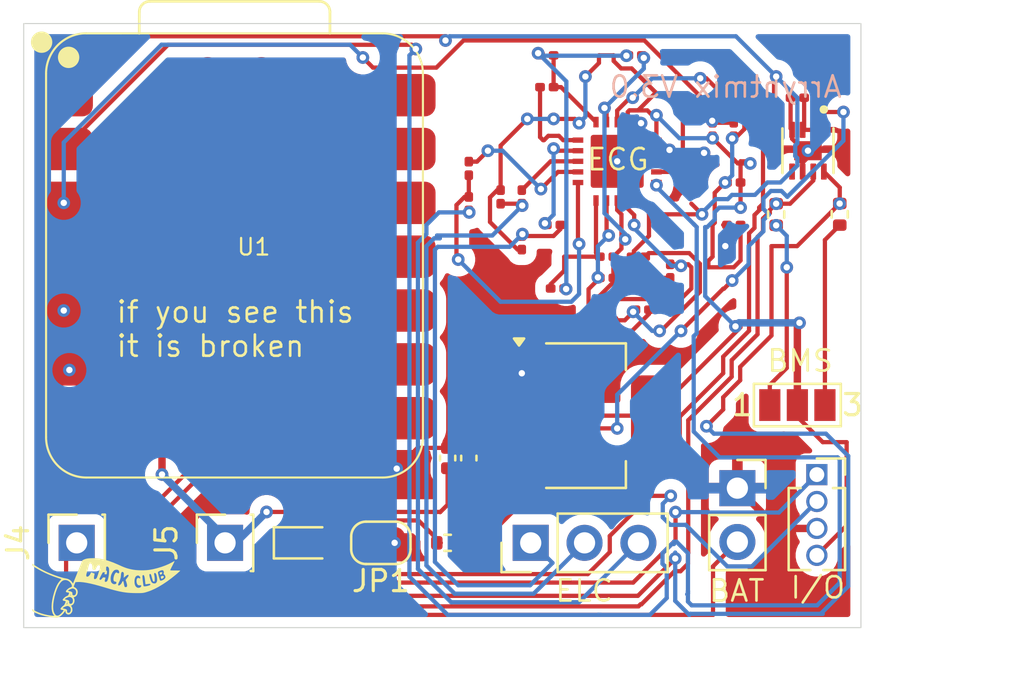
<source format=kicad_pcb>
(kicad_pcb (version 20241229) (generator "pcbnew") (generator_version "9.0")
  (layers (0 "F.Cu" signal) (4 "In1.Cu" signal) (6 "In2.Cu" signal) (2 "B.Cu" signal) (13 "F.Paste" user) (15 "B.Paste" user) (5 "F.SilkS" user "F.Silkscreen") (7 "B.SilkS" user "B.Silkscreen") (1 "F.Mask" user) (3 "B.Mask" user) (25 "Edge.Cuts" user))
  (net 0 "")
  (net 1 "Net-(U2-HPSENSE)")
  (net 2 "Net-(U2-HPDRIVE)")
  (net 3 "Net-(U2-RLDFB)")
  (net 4 "Net-(U2-RLD)")
  (net 5 "GND")
  (net 6 "+3V3")
  (net 7 "OUT")
  (net 8 "Net-(C5-Pad2)")
  (net 9 "Net-(U2-OPAMP+)")
  (net 10 "REFOUT")
  (net 11 "Net-(U2-SW)")
  (net 12 "Net-(D1-A)")
  (net 13 "Net-(D1-K)")
  (net 14 "Net-(J2-Pin_2)")
  (net 15 "Net-(J3-Pin_1)")
  (net 16 "Net-(J3-Pin_3)")
  (net 17 "Net-(U2--IN)")
  (net 18 "Net-(U2-+IN)")
  (net 19 "Net-(R15-Pad1)")
  (net 20 "Net-(U2-OPAMP-)")
  (net 21 "BAT")
  (net 23 "LO+")
  (net 25 "LO-")
  (net 36 "Net-(J3-Pin_2)")
  (net 37 "Net-(JP2-B)")
  (net 38 "Net-(JP2-A)")
  (net 39 "SCL")
  (net 40 "SDA")
  (net 42 "Net-(J1-Pin_1)")
  (net 44 "Net-(J1-Pin_2)")
  (net 46 "Net-(U2-REFIN)")
  (footprint "Resistor_SMD:R_0201_0603Metric" (layer "F.Cu") (at 141 53)
    (property "Reference" "R12" (hide yes))
    (property "Value" "100 kΩ")
  )
  (footprint "Resistor_SMD:R_0402_1005Metric" (layer "F.Cu") (at 152 49 90)
    (property "Reference" "R21" (hide yes))
    (property "Value" "2.2K")
  )
  (footprint "AD8232:LFCSP_20" (layer "F.Cu") (at 141.5 46.5)
    (property "Reference" "U2" (hide yes))
    (property "Value" "AD8232")
    (property "VALUE" "AD8232ACPZ-R7" (hide yes))
  )
  (footprint "Capacitor_SMD:C_0402_1005Metric" (layer "F.Cu") (at 133.5 60.5 90)
    (property "Reference" "C8" (hide yes))
    (property "Value" "10 uF")
  )
  (footprint "Resistor_SMD:R_0201_0603Metric" (layer "F.Cu") (at 136 48.18 -90)
    (property "Reference" "R1" (hide yes))
    (property "Value" "10 mΩ")
  )
  (footprint "Resistor_SMD:R_0201_0603Metric" (layer "F.Cu") (at 137 50.345 90)
    (property "Reference" "R4" (hide yes))
    (property "Value" "10 mΩ")
  )
  (footprint "Capacitor_SMD:C_0201_0603Metric" (layer "F.Cu") (at 134.5 46.835 -90)
    (property "Reference" "C2" (hide yes))
    (property "Value" "1 nF")
  )
  (footprint "Connector_PinSocket_2.54mm:PinSocket_1x01_P2.54mm_Vertical" (layer "F.Cu") (at 123 64.5 90)
    (property "Reference" "J5")
    (property "Value" "Conn_01x01_Pin")
  )
  (footprint "Resistor_SMD:R_0201_0603Metric" (layer "F.Cu") (at 138.5 49.5 180)
    (property "Reference" "R3" (hide yes))
    (property "Value" "180 kΩ")
  )
  (footprint "Jumper:SolderJumper-2_P1.3mm_Bridged2Bar_RoundedPad1.0x1.5mm" (layer "F.Cu") (at 130.35 64.5 180)
    (property "Reference" "JP1")
    (property "Value" "SolderJumper_2_Bridged")
  )
  (footprint "Resistor_SMD:R_0201_0603Metric" (layer "F.Cu") (at 138.68 52.5)
    (property "Reference" "R16" (hide yes))
    (property "Value" "1.4 mΩ")
  )
  (footprint "Capacitor_SMD:C_0201_0603Metric" (layer "F.Cu") (at 142.5 51)
    (property "Reference" "C5" (hide yes))
    (property "Value" "1.5 nF")
  )
  (footprint "Resistor_SMD:R_0201_0603Metric" (layer "F.Cu") (at 144 51.68 -90)
    (property "Reference" "R9" (hide yes))
    (property "Value" "1 mΩ")
  )
  (footprint "Connector_PinSocket_1.27mm:PinSocket_1x04_P1.27mm_Vertical" (layer "F.Cu") (at 150.92 61.28)
    (property "Reference" "J1" (hide yes))
    (property "Value" "Conn_01x04_Socket")
  )
  (footprint "Resistor_SMD:R_0402_1005Metric" (layer "F.Cu") (at 133.5 64.5)
    (property "Reference" "R19" (hide yes))
    (property "Value" "1k")
  )
  (footprint "LOGO" (layer "F.Cu") (at 117.4 66.61)
    (property "Reference" "G***" (hide yes))
    (property "Value" "LOGO" (hide yes))
  )
  (footprint "Resistor_SMD:R_0402_1005Metric" (layer "F.Cu") (at 149 49.01 90)
    (property "Reference" "R20" (hide yes))
    (property "Value" "2.2K")
  )
  (footprint "Resistor_SMD:R_0201_0603Metric" (layer "F.Cu") (at 137 48.18 90)
    (property "Reference" "R2" (hide yes))
    (property "Value" "180 kΩ")
  )
  (footprint "Capacitor_SMD:C_0201_0603Metric" (layer "F.Cu") (at 150 43.5)
    (property "Reference" "C10" (hide yes))
    (property "Value" "0.1 uF")
  )
  (footprint "Resistor_SMD:R_0201_0603Metric" (layer "F.Cu") (at 147 49.5 180)
    (property "Reference" "R7" (hide yes))
    (property "Value" "10 mΩ")
  )
  (footprint "LED_SMD:LED_0603_1608Metric" (layer "F.Cu") (at 126.7875 64.5)
    (property "Reference" "D1" (hide yes))
    (property "Value" "LED")
  )
  (footprint "Capacitor_SMD:C_0201_0603Metric" (layer "F.Cu") (at 141 52 180)
    (property "Reference" "C6" (hide yes))
    (property "Value" "10 nF")
  )
  (footprint "Resistor_SMD:R_0201_0603Metric" (layer "F.Cu") (at 142.68 53.5)
    (property "Reference" "R13" (hide yes))
    (property "Value" "1 mΩ")
  )
  (footprint "Resistor_SMD:R_0201_0603Metric" (layer "F.Cu") (at 141 54 180)
    (property "Reference" "R14" (hide yes))
    (property "Value" "1 mΩ")
  )
  (footprint "Resistor_SMD:R_0201_0603Metric" (layer "F.Cu") (at 138.18 41.5 180)
    (property "Reference" "R5" (hide yes))
    (property "Value" "10 mΩ")
  )
  (footprint "Capacitor_SMD:C_0201_0603Metric" (layer "F.Cu") (at 147 45 -90)
    (property "Reference" "C4" (hide yes))
    (property "Value" "0.1 uF")
  )
  (footprint "Capacitor_SMD:C_0201_0603Metric" (layer "F.Cu") (at 141 51)
    (property "Reference" "C7" (hide yes))
    (property "Value" "0.33 uF")
  )
  (footprint "Connector_PinHeader_2.54mm:PinHeader_1x03_P2.54mm_Vertical" (layer "F.Cu") (at 137.42 64.5 90)
    (property "Reference" "J3" (hide yes))
    (property "Value" "Conn_01x03_Pin")
  )
  (footprint "Capacitor_SMD:C_0402_1005Metric" (layer "F.Cu") (at 134.5 60.5 90)
    (property "Reference" "C9" (hide yes))
    (property "Value" "10 uF")
  )
  (footprint "Capacitor_SMD:C_0201_0603Metric" (layer "F.Cu") (at 138.18 43)
    (property "Reference" "C1" (hide yes))
    (property "Value" "0.33 uF")
  )
  (footprint "Resistor_SMD:R_0201_0603Metric" (layer "F.Cu") (at 147 47.5)
    (property "Reference" "R6" (hide yes))
    (property "Value" "10 mΩ")
  )
  (footprint "Resistor_SMD:R_0201_0603Metric" (layer "F.Cu") (at 134.5 48.5 90)
    (property "Reference" "R8" (hide yes))
    (property "Value" "360 k")
  )
  (footprint "Package_TO_SOT_SMD:SOT-223-3_TabPin2" (layer "F.Cu") (at 140 58.5)
    (property "Reference" "U3" (hide yes))
    (property "Value" "NCP1117-3.3_SOT223")
  )
  (footprint "Capacitor_SMD:C_0201_0603Metric" (layer "F.Cu") (at 146 45 -90)
    (property "Reference" "C3" (hide yes))
    (property "Value" "0.1 uF")
  )
  (footprint "Connector_PinSocket_2.54mm:PinSocket_1x02_P2.54mm_Vertical" (layer "F.Cu") (at 147.17 61.92)
    (property "Reference" "J2" (hide yes))
    (property "Value" "Conn_01x02_Socket")
  )
  (footprint "Resistor_SMD:R_0201_0603Metric" (layer "F.Cu") (at 142.345 41.5)
    (property "Reference" "R15" (hide yes))
    (property "Value" "10 mΩ")
  )
  (footprint "Connector_PinSocket_2.54mm:PinSocket_1x01_P2.54mm_Vertical" (layer "F.Cu") (at 116 64.5 90)
    (property "Reference" "J4")
    (property "Value" "Conn_01x01_Pin")
  )
  (footprint "Jumper:SolderJumper-3_P1.3mm_Open_Pad1.0x1.5mm_NumberLabels" (layer "F.Cu") (at 150 58)
    (property "Reference" "JP2" (hide yes))
    (property "Value" "SolderJumper_3_Bridged123")
  )
  (footprint "Seeed Studio XIAO Series Library:XIAO-nRF52840-SMD" (layer "F.Cu") (at 123.5 51)
    (property "Reference" "U1")
    (property "Value" "XIAO-nRF52840-SMD")
  )
  (footprint "MAX17048G_T10:SON50P200X200X80-9N" (layer "F.Cu") (at 150.5 46 -90)
    (property "Reference" "U4" (hide yes))
    (property "Value" "MAX17048G_T10")
  )
  (gr_rect (start 113.5 40) (end 153 68.5) (stroke (width 0.05)) (fill no) (layer "Edge.Cuts"))
  (gr_text "ECG" (at 140 47 0) (layer "F.SilkS") (effects (font (size 1 1) (thickness 0.125)) (justify left bottom)))
  (gr_text "I/O\n" (at 149.6 67.2 0) (layer "F.SilkS") (effects (font (size 1 1) (thickness 0.125)) (justify left bottom)))
  (gr_text "if you see this\nit is broken" (at 117.8 55.8 0) (layer "F.SilkS") (effects (font (size 1 1) (thickness 0.125)) (justify left bottom)))
  (gr_text "ELC\n" (at 138.5 67.35 0) (layer "F.SilkS") (effects (font (size 1 1) (thickness 0.125)) (justify left bottom)))
  (gr_text "BAT\n" (at 145.75 67.35 0) (layer "F.SilkS") (effects (font (size 1 1) (thickness 0.125)) (justify left bottom)))
  (gr_text "BMS" (at 148.5 56.5 0) (layer "F.SilkS") (effects (font (size 1 1) (thickness 0.125)) (justify left bottom)))
  (gr_text "Arryhtmix V3.0" (at 152.175 43.575 0) (layer "B.SilkS") (effects (font (size 1 1) (thickness 0.125)) (justify left bottom mirror)))
  (segment (start 138.85 43) (end 140.5 44.65) (width 0.2) (layer "F.Cu") (net 1))
  (segment (start 138.5 41.5) (end 138.5 43) (width 0.2) (layer "F.Cu") (net 1))
  (segment (start 138.5 43) (end 138.85 43) (width 0.2) (layer "F.Cu") (net 1))
  (segment (start 138.251057 45.299) (end 138.748943 45.299) (width 0.2) (layer "F.Cu") (net 2))
  (segment (start 138.949943 45.5) (end 139.65 45.5) (width 0.2) (layer "F.Cu") (net 2))
  (segment (start 137.86 45.36) (end 138 45.5) (width 0.2) (layer "F.Cu") (net 2))
  (segment (start 137.86 43) (end 137.86 45.36) (width 0.2) (layer "F.Cu") (net 2))
  (segment (start 138.748943 45.299) (end 138.949943 45.5) (width 0.2) (layer "F.Cu") (net 2))
  (segment (start 138.050057 45.5) (end 138.251057 45.299) (width 0.2) (layer "F.Cu") (net 2))
  (segment (start 138 45.5) (end 138.050057 45.5) (width 0.2) (layer "F.Cu") (net 2))
  (segment (start 137.9 47.808528) (end 138.708528 47) (width 0.2) (layer "F.Cu") (net 3))
  (segment (start 134.885 46.515) (end 135.4 46) (width 0.2) (layer "F.Cu") (net 3))
  (segment (start 134.5 46.515) (end 134.885 46.515) (width 0.2) (layer "F.Cu") (net 3))
  (segment (start 138.708528 47) (end 139.65 47) (width 0.2) (layer "F.Cu") (net 3))
  (via (at 137.9 47.808528) (size 0.6) (drill 0.3) (layers "F.Cu" "B.Cu") (net 3))
  (via (at 135.4 46) (size 0.6) (drill 0.3) (layers "F.Cu" "B.Cu") (net 3))
  (segment (start 136.091472 46) (end 137.9 47.808528) (width 0.2) (layer "B.Cu") (net 3))
  (segment (start 135.4 46) (end 136.091472 46) (width 0.2) (layer "B.Cu") (net 3))
  (segment (start 139.65 50.349) (end 139.701 50.4) (width 0.2) (layer "F.Cu") (net 4))
  (segment (start 133.916958 51.050508) (end 133.916958 48.563043) (width 0.2) (layer "F.Cu") (net 4))
  (segment (start 134 51.13355) (end 133.916958 51.050508) (width 0.2) (layer "F.Cu") (net 4))
  (segment (start 134.300001 48.18) (end 134.5 48.18) (width 0.2) (layer "F.Cu") (net 4))
  (segment (start 134.5 47.155) (end 134.5 48.18) (width 0.2) (layer "F.Cu") (net 4))
  (segment (start 139.65 47.5) (end 139.65 50.349) (width 0.2) (layer "F.Cu") (net 4))
  (segment (start 133.916958 48.563043) (end 134.300001 48.18) (width 0.2) (layer "F.Cu") (net 4))
  (via (at 139.701 50.4) (size 0.6) (drill 0.3) (layers "F.Cu" "B.Cu") (net 4))
  (via (at 134 51.13355) (size 0.6) (drill 0.3) (layers "F.Cu" "B.Cu") (net 4))
  (segment (start 139.338943 53.125884) (end 135.992334 53.125884) (width 0.2) (layer "B.Cu") (net 4))
  (segment (start 135.992334 53.125884) (end 134 51.13355) (width 0.2) (layer "B.Cu") (net 4))
  (segment (start 139.701 52.763827) (end 139.338943 53.125884) (width 0.2) (layer "B.Cu") (net 4))
  (segment (start 139.701 50.4) (end 139.701 52.763827) (width 0.2) (layer "B.Cu") (net 4))
  (segment (start 149.75 45.436842) (end 150.313158 46) (width 0.2) (layer "F.Cu") (net 5))
  (segment (start 134.5 60.02) (end 134.5 58.55) (width 0.2) (layer "F.Cu") (net 5))
  (segment (start 145.93013 44.59) (end 145.982042 44.59) (width 0.2) (layer "F.Cu") (net 5))
  (segment (start 151.25 45.436842) (end 150.686842 46) (width 0.2) (layer "F.Cu") (net 5))
  (segment (start 146.68 49.5) (end 146.5 49.5) (width 0.2) (layer "F.Cu") (net 5))
  (segment (start 134.5 60.02) (end 133.5 60.02) (width 0.2) (layer "F.Cu") (net 5))
  (segment (start 146.68 49.5) (end 146.68 50.42) (width 0.2) (layer "F.Cu") (net 5))
  (segment (start 146.68 50.42) (end 146.6 50.5) (width 0.2) (layer "F.Cu") (net 5))
  (segment (start 136.85 56.2) (end 136.85 56.35) (width 0.2) (layer "F.Cu") (net 5))
  (segment (start 150.686842 46) (end 150.5 46) (width 0.2) (layer "F.Cu") (net 5))
  (segment (start 149.68 44.945) (end 149.75 45.015) (width 0.2) (layer "F.Cu") (net 5))
  (segment (start 136.85 56.35) (end 137 56.5) (width 0.2) (layer "F.Cu") (net 5))
  (segment (start 151.25 45.015) (end 151.25 45.436842) (width 0.2) (layer "F.Cu") (net 5))
  (segment (start 143.968578 45.962863) (end 143.387137 45.962863) (width 0.2) (layer "F.Cu") (net 5))
  (segment (start 147 44.68) (end 146 44.68) (width 0.2) (layer "F.Cu") (net 5))
  (segment (start 150.313158 46) (end 150.5 46) (width 0.2) (layer "F.Cu") (net 5))
  (segment (start 132.078 60.02) (end 131.098 61) (width 0.2) (layer "F.Cu") (net 5))
  (segment (start 134.5 58.55) (end 136.85 56.2) (width 0.2) (layer "F.Cu") (net 5))
  (segment (start 142.5 45.5) (end 142.5 44.65) (width 0.2) (layer "F.Cu") (net 5))
  (segment (start 149.68 43.5) (end 149.68 44.945) (width 0.2) (layer "F.Cu") (net 5))
  (segment (start 141.5 46.5) (end 142.5 45.5) (width 0.2) (layer "F.Cu") (net 5))
  (segment (start 149.75 45.015) (end 149.75 45.436842) (width 0.2) (layer "F.Cu") (net 5))
  (segment (start 150.5 46.207092) (end 150.239 46.468092) (width 0.35) (layer "F.Cu") (net 5))
  (segment (start 143.387137 45.962863) (end 143.35 46) (width 0.2) (layer "F.Cu") (net 5))
  (segment (start 150.92 63.82) (end 149.07 63.82) (width 0.35) (layer "F.Cu") (net 5))
  (segment (start 149.07 63.82) (end 147.17 61.92) (width 0.35) (layer "F.Cu") (net 5))
  (segment (start 133.5 60.02) (end 132.078 60.02) (width 0.2) (layer "F.Cu") (net 5))
  (segment (start 150.5 46) (end 150.5 46.207092) (width 0.35) (layer "F.Cu") (net 5))
  (via (at 131 64.5) (size 0.6) (drill 0.3) (layers "F.Cu" "B.Cu") (net 5))
  (via (at 142.625002 44.699) (size 0.6) (drill 0.3) (layers "F.Cu" "B.Cu") (net 5))
  (via (at 146.6 50.5) (size 0.6) (drill 0.3) (layers "F.Cu" "B.Cu") (net 5))
  (via (at 137 56.5) (size 0.6) (drill 0.3) (layers "F.Cu" "B.Cu") (net 5))
  (via (at 145.597912 46.101662) (size 0.6) (drill 0.3) (layers "F.Cu" "B.Cu") (net 5))
  (via (at 141.5 46.5) (size 0.6) (drill 0.3) (layers "F.Cu" "B.Cu") (net 5))
  (via (at 143.968578 45.962863) (size 0.6) (drill 0.3) (layers "F.Cu" "B.Cu") (net 5))
  (via (at 150.5 46) (size 0.6) (drill 0.3) (layers "F.Cu" "B.Cu") (net 5))
  (via (at 131.098 61) (size 0.6) (drill 0.3) (layers "F.Cu" "B.Cu") (net 5))
  (via (at 145.982042 44.59) (size 0.6) (drill 0.3) (layers "F.Cu" "B.Cu") (net 5))
  (segment (start 145.5 46.00375) (end 145.597912 46.101662) (width 0.2) (layer "B.Cu") (net 5))
  (segment (start 131.098 61) (end 131 61.098) (width 0.2) (layer "B.Cu") (net 5))
  (segment (start 143.968578 45.962863) (end 145.462863 45.962863) (width 0.2) (layer "B.Cu") (net 5))
  (segment (start 145.462863 45.962863) (end 145.5 46) (width 0.2) (layer "B.Cu") (net 5))
  (segment (start 131 61.098) (end 131 64.5) (width 0.2) (layer "B.Cu") (net 5))
  (segment (start 145.5 46) (end 145.5 46.00375) (width 0.2) (layer "B.Cu") (net 5))
  (segment (start 141.686057 42.118958) (end 141.334 41.766901) (width 0.2) (layer "F.Cu") (net 6))
  (segment (start 142.183943 42.118958) (end 143.313985 43.249) (width 0.2) (layer "F.Cu") (net 6))
  (segment (start 136 47.86) (end 135.84013 47.86) (width 0.2) (layer "F.Cu") (net 6))
  (segment (start 142.481888 44.099) (end 142.074 44.099) (width 0.2) (layer "F.Cu") (net 6))
  (segment (start 147.189912 46.6) (end 147.779 46.6) (width 0.2) (layer "F.Cu") (net 6))
  (segment (start 135.84013 47.86) (end 135.499 48.20113) (width 0.2) (layer "F.Cu") (net 6))
  (segment (start 147.32 48.684957) (end 147.32 47.5) (width 0.2) (layer "F.Cu") (net 6))
  (segment (start 141.334 41.766901) (end 141.334 41.5) (width 0.2) (layer "F.Cu") (net 6))
  (segment (start 138.5 44.5) (end 139.501472 44.5) (width 0.2) (layer "F.Cu") (net 6))
  (segment (start 136.85 58.63) (end 136.85 58.5) (width 0.2) (layer "F.Cu") (net 6))
  (segment (start 143.15 58.5) (end 147.32 54.33) (width 0.2) (layer "F.Cu") (net 6))
  (segment (start 142.074 44.099) (end 142 44.173) (width 0.2) (layer "F.Cu") (net 6))
  (segment (start 142.074 44.099) (end 142.926 44.099) (width 0.2) (layer "F.Cu") (net 6))
  (segment (start 143.313985 43.266903) (end 142.481888 44.099) (width 0.2) (layer "F.Cu") (net 6))
  (segment (start 140.64 41.5) (end 140.64 41.86) (width 0.2) (layer "F.Cu") (net 6))
  (segment (start 141.334 41.5) (end 140.64 41.5) (width 0.2) (layer "F.Cu") (net 6))
  (segment (start 134.5 60.98) (end 136.85 58.63) (width 0.2) (layer "F.Cu") (net 6))
  (segment (start 143.35 44.325) (end 143.35 44.523) (width 0.2) (layer "F.Cu") (net 6))
  (segment (start 143.152 44.325) (end 142.926 44.099) (width 0.2) (layer "F.Cu") (net 6))
  (segment (start 143.35 44.325) (end 143.152 44.325) (width 0.2) (layer "F.Cu") (net 6))
  (segment (start 150 54.22) (end 150.1 54.12) (width 0.35) (layer "F.Cu") (net 6))
  (segment (start 150 58.552) (end 150 58) (width 0.2) (layer "F.Cu") (net 6))
  (segment (start 152.325 63.685) (end 152.325 59.75) (width 0.2) (layer "F.Cu") (net 6))
  (segment (start 151.198 59.75) (end 150 58.552) (width 0.2) (layer "F.Cu") (net 6))
  (segment (start 145.999912 45.41) (end 147.189912 46.6) (width 0.2) (layer "F.Cu") (net 6))
  (segment (start 137.26 44.5) (end 136 45.76) (width 0.2) (layer "F.Cu") (net 6))
  (segment (start 136.800001 50.665) (end 137 50.665) (width 0.2) (layer "F.Cu") (net 6))
  (segment (start 150 58) (end 150 54.22) (width 0.35) (layer "F.Cu") (net 6))
  (segment (start 147.679 46.5) (end 147.779 46.6) (width 0.2) (layer "F.Cu") (net 6))
  (segment (start 140.64 41.86) (end 140 42.5) (width 0.2) (layer "F.Cu") (net 6))
  (segment (start 147.32 46.5) (end 147.679 46.5) (width 0.2) (layer "F.Cu") (net 6))
  (segment (start 147.32 47.5) (end 147.32 46.5) (width 0.2) (layer "F.Cu") (net 6))
  (segment (start 136 47.86) (end 136 45.76) (width 0.2) (layer "F.Cu") (net 6))
  (segment (start 152.325 59.75) (end 151.198 59.75) (width 0.2) (layer "F.Cu") (net 6))
  (segment (start 139.501472 44.5) (end 139.701 44.699528) (width 0.2) (layer "F.Cu") (net 6))
  (segment (start 150.92 65.09) (end 152.325 63.685) (width 0.2) (layer "F.Cu") (net 6))
  (segment (start 135.499 48.20113) (end 135.499 49.363999) (width 0.2) (layer "F.Cu") (net 6))
  (segment (start 143.15 58.5) (end 136.85 58.5) (width 0.2) (layer "F.Cu") (net 6))
  (segment (start 135.499 49.363999) (end 136.800001 50.665) (width 0.2) (layer "F.Cu") (net 6))
  (segment (start 142 44.173) (end 142 44.65) (width 0.2) (layer "F.Cu") (net 6))
  (segment (start 142.183943 42.118958) (end 141.686057 42.118958) (width 0.2) (layer "F.Cu") (net 6))
  (segment (start 143.35 44.523) (end 143.35 45.5) (width 0.2) (layer "F.Cu") (net 6))
  (segment (start 143.313985 43.249) (end 143.313985 43.266903) (width 0.2) (layer "F.Cu") (net 6))
  (via (at 138.5 44.5) (size 0.6) (drill 0.3) (layers "F.Cu" "B.Cu") (net 6))
  (via (at 139.701 44.699528) (size 0.6) (drill 0.3) (layers "F.Cu" "B.Cu") (net 6))
  (via (at 147.079785 54.288785) (size 0.6) (drill 0.3) (layers "F.Cu" "B.Cu") (net 6))
  (via (at 150.1 54.12) (size 0.6) (drill 0.3) (layers "F.Cu" "B.Cu") (net 6))
  (via (at 143.35 44.325) (size 0.6) (drill 0.3) (layers "F.Cu" "B.Cu") (net 6))
  (via (at 147.779 46.6) (size 0.6) (drill 0.3) (layers "F.Cu" "B.Cu") (net 6))
  (via (at 147.32 48.684957) (size 0.6) (drill 0.3) (layers "F.Cu" "B.Cu") (net 6))
  (via (at 140 42.5) (size 0.6) (drill 0.3) (layers "F.Cu" "B.Cu") (net 6))
  (via (at 137.26 44.5) (size 0.6) (drill 0.3) (layers "F.Cu" "B.Cu") (net 6))
  (via (at 145.999912 45.41) (size 0.6) (drill 0.3) (layers "F.Cu" "B.Cu") (net 6))
  (segment (start 146.101 48.899) (end 146.101 49.248943) (width 0.2) (layer "B.Cu") (net 6))
  (segment (start 147.24857 54.12) (end 147.079785 54.288785) (width 0.35) (layer "B.Cu") (net 6))
  (segment (start 137.26 44.5) (end 138.5 44.5) (width 0.2) (layer "B.Cu") (net 6))
  (segment (start 145.652057 52.861057) (end 147.079785 54.288785) (width 0.2) (layer "B.Cu") (net 6))
  (segment (start 145.748943 49.601) (end 145.652057 49.601) (width 0.2) (layer "B.Cu") (net 6))
  (segment (start 146.315043 48.684957) (end 146.101 48.899) (width 0.2) (layer "B.Cu") (net 6))
  (segment (start 145.652057 49.601) (end 145.652057 52.861057) (width 0.2) (layer "B.Cu") (net 6))
  (segment (start 150.1 54.12) (end 147.24857 54.12) (width 0.35) (layer "B.Cu") (net 6))
  (segment (start 146.101 49.248943) (end 145.748943 49.601) (width 0.2) (layer "B.Cu") (net 6))
  (segment (start 145.999912 45.41) (end 144.435 45.41) (width 0.2) (layer "B.Cu") (net 6))
  (segment (start 147.32 48.684957) (end 146.315043 48.684957) (width 0.2) (layer "B.Cu") (net 6))
  (segment (start 139.701 44.699528) (end 140 44.400528) (width 0.2) (layer "B.Cu") (net 6))
  (segment (start 144.435 45.41) (end 143.35 44.325) (width 0.2) (layer "B.Cu") (net 6))
  (segment (start 140 44.400528) (end 140 42.5) (width 0.2) (layer "B.Cu") (net 6))
  (segment (start 142.18 51) (end 142.289 50.891) (width 0.2) (layer "F.Cu") (net 7))
  (segment (start 142.310942 60.701) (end 142.304971 60.695029) (width 0.2) (layer "F.Cu") (net 7))
  (segment (start 146.5 55.7171) (end 146.5 56.5) (width 0.2) (layer "F.Cu") (net 7))
  (segment (start 147.978 49.64187) (end 147.721 49.89887) (width 0.2) (layer "F.Cu") (net 7))
  (segment (start 146.5 56.5) (end 144.451 58.549) (width 0.2) (layer "F.Cu") (net 7))
  (segment (start 148.2 48.7329) (end 148.23983 48.77273) (width 0.2) (layer "F.Cu") (net 7))
  (segment (start 148.9 44.3) (end 148.9 42.6) (width 0.2) (layer "F.Cu") (net 7))
  (segment (start 147.978 49.03456) (end 147.978 49.64187) (width 0.2) (layer "F.Cu") (net 7))
  (segment (start 148.2 48.679) (end 148.2 48.7329) (width 0.2) (layer "F.Cu") (net 7))
  (segment (start 148.9 42.6) (end 149 42.5) (width 0.2) (layer "F.Cu") (net 7))
  (segment (start 142.304971 60.695029) (end 142 61) (width 0.2) (layer "F.Cu") (net 7))
  (segment (start 144.451 58.549) (end 144.451 60.239058) (width 0.2) (layer "F.Cu") (net 7))
  (segment (start 144.451 60.239058) (end 143.989058 60.701) (width 0.2) (layer "F.Cu") (net 7))
  (segment (start 142.18 51.199999) (end 142.18 51) (width 0.2) (layer "F.Cu") (net 7))
  (segment (start 142.289 50.73113) (end 143 50.02013) (width 0.2) (layer "F.Cu") (net 7))
  (segment (start 143 49) (end 143 48.85) (width 0.2) (layer "F.Cu") (net 7))
  (segment (start 142 61) (end 138.606008 61) (width 0.2) (layer "F.Cu") (net 7))
  (segment (start 148.23983 48.77273) (end 147.978 49.03456) (width 0.2) (layer "F.Cu") (net 7))
  (segment (start 138.606008 61) (end 135.106008 64.5) (width 0.2) (layer "F.Cu") (net 7))
  (segment (start 135.106008 64.5) (end 133.82 64.5) (width 0.2) (layer "F.Cu") (net 7))
  (segment (start 144 52) (end 142.980001 52) (width 0.2) (layer "F.Cu") (net 7))
  (segment (start 145.5 49) (end 144.997912 48.497912) (width 0.2) (layer "F.Cu") (net 7))
  (segment (start 133.399 40.601) (end 133.399 40.8) (width 0.2) (layer "F.Cu") (net 7))
  (segment (start 147.721 54.4961) (end 146.5 55.7171) (width 0.2) (layer "F.Cu") (net 7))
  (segment (start 143 50.02013) (end 143 49) (width 0.2) (layer "F.Cu") (net 7))
  (segment (start 148.379 48.5) (end 148.2 48.679) (width 0.2) (layer "F.Cu") (net 7))
  (segment (start 147.721 49.89887) (end 147.721 54.4961) (width 0.2) (layer "F.Cu") (net 7))
  (segment (start 145.5 49) (end 143 49) (width 0.2) (layer "F.Cu") (net 7))
  (segment (start 142.980001 52) (end 142.18 51.199999) (width 0.2) (layer "F.Cu") (net 7))
  (segment (start 143 48.85) (end 142.5 48.35) (width 0.2) (layer "F.Cu") (net 7))
  (segment (start 148.379 44.821) (end 148.379 48.5) (width 0.2) (layer "F.Cu") (net 7))
  (segment (start 142.289 50.891) (end 142.289 50.73113) (width 0.2) (layer "F.Cu") (net 7))
  (segment (start 148.9 44.3) (end 148.379 44.821) (width 0.2) (layer "F.Cu") (net 7))
  (segment (start 115.39 43.38) (end 118.169 40.601) (width 0.2) (layer "F.Cu") (net 7))
  (segment (start 143.989058 60.701) (end 142.310942 60.701) (width 0.2) (layer "F.Cu") (net 7))
  (segment (start 118.169 40.601) (end 133.399 40.601) (width 0.2) (layer "F.Cu") (net 7))
  (via (at 149 42.5) (size 0.6) (drill 0.3) (layers "F.Cu" "B.Cu") (net 7))
  (via (at 145.5 49) (size 0.6) (drill 0.3) (layers "F.Cu" "B.Cu") (net 7))
  (via (at 133.399 40.8) (size 0.6) (drill 0.3) (layers "F.Cu" "B.Cu") (net 7))
  (segment (start 145.5 49) (end 145.5 48.9329) (width 0.2) (layer "B.Cu") (net 7))
  (segment (start 148.584957 47.498) (end 147.998 48.084957) (width 0.2) (layer "B.Cu") (net 7))
  (segment (start 149.899 46.248943) (end 150 46.349943) (width 0.2) (layer "B.Cu") (net 7))
  (segment (start 149.899 45.751057) (end 149.899 46.248943) (width 0.2) (layer "B.Cu") (net 7))
  (segment (start 150 46.7) (end 149.202 47.498) (width 0.2) (layer "B.Cu") (net 7))
  (segment (start 147.101 40.601) (end 149 42.5) (width 0.2) (layer "B.Cu") (net 7))
  (segment (start 145.5 48.9329) (end 146.148943 48.283957) (width 0.2) (layer "B.Cu") (net 7))
  (segment (start 149 42.5) (end 150 43.5) (width 0.2) (layer "B.Cu") (net 7))
  (segment (start 133.598 40.601) (end 147.101 40.601) (width 0.2) (layer "B.Cu") (net 7))
  (segment (start 146.716043 48.283957) (end 146.915043 48.084957) (width 0.2) (layer "B.Cu") (net 7))
  (segment (start 146.148943 48.283957) (end 146.716043 48.283957) (width 0.2) (layer "B.Cu") (net 7))
  (segment (start 150 43.5) (end 150 45.650057) (width 0.2) (layer "B.Cu") (net 7))
  (segment (start 150 45.650057) (end 149.899 45.751057) (width 0.2) (layer "B.Cu") (net 7))
  (segment (start 149.202 47.498) (end 148.584957 47.498) (width 0.2) (layer "B.Cu") (net 7))
  (segment (start 146.915043 48.084957) (end 147.998 48.084957) (width 0.2) (layer "B.Cu") (net 7))
  (segment (start 133.399 40.8) (end 133.598 40.601) (width 0.2) (layer "B.Cu") (net 7))
  (segment (start 150 46.349943) (end 150 46.7) (width 0.2) (layer "B.Cu") (net 7))
  (segment (start 143.5671 54.5) (end 143.5 54.5) (width 0.2) (layer "F.Cu") (net 8))
  (segment (start 141.32 54) (end 141.86 54) (width 0.2) (layer "F.Cu") (net 8))
  (segment (start 142.991 50.829) (end 144.8961 50.829) (width 0.2) (layer "F.Cu") (net 8))
  (segment (start 145.401 51.3339) (end 145.401 52.6661) (width 0.2) (layer "F.Cu") (net 8))
  (segment (start 142.82 51) (end 142.991 50.829) (width 0.2) (layer "F.Cu") (net 8))
  (segment (start 145.401 52.6661) (end 143.5671 54.5) (width 0.2) (layer "F.Cu") (net 8))
  (segment (start 141.86 54) (end 142.36 53.5) (width 0.2) (layer "F.Cu") (net 8))
  (segment (start 144.8961 50.829) (end 145.401 51.3339) (width 0.2) (layer "F.Cu") (net 8))
  (via (at 143.5 54.5) (size 0.6) (drill 0.3) (layers "F.Cu" "B.Cu") (net 8))
  (via (at 142.251472 53.6) (size 0.6) (drill 0.3) (layers "F.Cu" "B.Cu") (net 8))
  (segment (start 143.5 54.5) (end 143.151472 54.5) (width 0.2) (layer "B.Cu") (net 8))
  (segment (start 143.151472 54.5) (end 142.251472 53.6) (width 0.2) (layer "B.Cu") (net 8))
  (segment (start 141 48.35) (end 141 49.9) (width 0.2) (layer "F.Cu") (net 9))
  (segment (start 140.38013 54.5) (end 142.199999 54.5) (width 0.2) (layer "F.Cu") (net 9))
  (segment (start 143 53.699999) (end 143 53.5) (width 0.2) (layer "F.Cu") (net 9))
  (segment (start 141 49.9) (end 141.1 50) (width 0.2) (layer "F.Cu") (net 9))
  (segment (start 140.68 52) (end 140.149 52.531) (width 0.2) (layer "F.Cu") (net 9))
  (segment (start 140.149 52.531) (end 140.149 54.26887) (width 0.2) (layer "F.Cu") (net 9))
  (segment (start 142.199999 54.5) (end 143 53.699999) (width 0.2) (layer "F.Cu") (net 9))
  (segment (start 140.149 54.26887) (end 140.38013 54.5) (width 0.2) (layer "F.Cu") (net 9))
  (via (at 140.59 51.975116) (size 0.6) (drill 0.3) (layers "F.Cu" "B.Cu") (net 9))
  (via (at 141.1 50) (size 0.6) (drill 0.3) (layers "F.Cu" "B.Cu") (net 9))
  (segment (start 141.1 50) (end 140.59 50.51) (width 0.2) (layer "B.Cu") (net 9))
  (segment (start 140.59 50.51) (end 140.59 51.975116) (width 0.2) (layer "B.Cu") (net 9))
  (segment (start 141.701 50.619) (end 141.701 49.001) (width 0.2) (layer "F.Cu") (net 10))
  (segment (start 141 44.082418) (end 141 44.65) (width 0.2) (layer "F.Cu") (net 10))
  (segment (start 141.5 48.8) (end 141.5 48.35) (width 0.2) (layer "F.Cu") (net 10))
  (segment (start 142.665 41.529816) (end 142.754903 41.619719) (width 0.2) (layer "F.Cu") (net 10))
  (segment (start 140.9 43.982418) (end 141 44.082418) (width 0.2) (layer "F.Cu") (net 10))
  (segment (start 141.701 49.001) (end 141.5 48.8) (width 0.2) (layer "F.Cu") (net 10))
  (segment (start 140.68 52.84013) (end 140.68 54) (width 0.2) (layer "F.Cu") (net 10))
  (segment (start 141.32 52) (end 141.32 52.20013) (width 0.2) (layer "F.Cu") (net 10))
  (segment (start 141.32 51) (end 141.701 50.619) (width 0.2) (layer "F.Cu") (net 10))
  (segment (start 142.665 41.5) (end 142.665 41.529816) (width 0.2) (layer "F.Cu") (net 10))
  (segment (start 141.32 52) (end 141.32 51) (width 0.2) (layer "F.Cu") (net 10))
  (segment (start 141.32 52.20013) (end 140.68 52.84013) (width 0.2) (layer "F.Cu") (net 10))
  (via (at 140.9 43.982418) (size 0.6) (drill 0.3) (layers "F.Cu" "B.Cu") (net 10))
  (via (at 141.879497 50.179956) (size 0.6) (drill 0.3) (layers "F.Cu" "B.Cu") (net 10))
  (via (at 142.754903 41.619719) (size 0.6) (drill 0.3) (layers "F.Cu" "B.Cu") (net 10))
  (segment (start 141.879497 49.929554) (end 141.879497 50.179956) (width 0.2) (layer "B.Cu") (net 10))
  (segment (start 142.754903 42.127515) (end 140.9 43.982418) (width 0.2) (layer "B.Cu") (net 10))
  (segment (start 140.9 43.982418) (end 140.9 48.950057) (width 0.2) (layer "B.Cu") (net 10))
  (segment (start 140.9 48.950057) (end 141.879497 49.929554) (width 0.2) (layer "B.Cu") (net 10))
  (segment (start 142.754903 41.619719) (end 142.754903 42.127515) (width 0.2) (layer "B.Cu") (net 10))
  (segment (start 140.5 50.82) (end 140.5 48.35) (width 0.2) (layer "F.Cu") (net 11))
  (segment (start 140.68 51) (end 140.5 50.82) (width 0.2) (layer "F.Cu") (net 11))
  (segment (start 138.36 52.300001) (end 139 51.660001) (width 0.2) (layer "F.Cu") (net 11))
  (segment (start 138.36 52.5) (end 138.36 52.300001) (width 0.2) (layer "F.Cu") (net 11))
  (segment (start 139 51.660001) (end 139 51) (width 0.2) (layer "F.Cu") (net 11))
  (segment (start 140.68 51) (end 139 51) (width 0.2) (layer "F.Cu") (net 11))
  (segment (start 128.631 63.444) (end 132.124 63.444) (width 0.2) (layer "F.Cu") (net 12))
  (segment (start 127.575 64.5) (end 128.631 63.444) (width 0.2) (layer "F.Cu") (net 12))
  (segment (start 132.124 63.444) (end 133.18 64.5) (width 0.2) (layer "F.Cu") (net 12))
  (segment (start 126.776 65.276) (end 128.924 65.276) (width 0.2) (layer "F.Cu") (net 13))
  (segment (start 126 64.5) (end 126.776 65.276) (width 0.2) (layer "F.Cu") (net 13))
  (segment (start 128.924 65.276) (end 129.7 64.5) (width 0.2) (layer "F.Cu") (net 13))
  (segment (start 147.17 64.46) (end 146.021 65.609) (width 0.2) (layer "F.Cu") (net 14))
  (segment (start 146.021 67.899) (end 115.5 67.899) (width 0.2) (layer "F.Cu") (net 14))
  (segment (start 115.5 67.899) (end 115.5 65) (width 0.2) (layer "F.Cu") (net 14))
  (segment (start 146.021 65.609) (end 146.021 67.899) (width 0.2) (layer "F.Cu") (net 14))
  (segment (start 115.5 65) (end 116 64.5) (width 0.2) (layer "F.Cu") (net 14))
  (segment (start 137 50.025) (end 138.494999 50.025) (width 0.2) (layer "F.Cu") (net 15))
  (segment (start 138.82 49.699999) (end 138.82 49.5) (width 0.2) (layer "F.Cu") (net 15))
  (segment (start 138.494999 50.025) (end 138.82 49.699999) (width 0.2) (layer "F.Cu") (net 15))
  (via (at 137.027556 49.935) (size 0.6) (drill 0.3) (layers "F.Cu" "B.Cu") (net 15))
  (segment (start 137.3929 66.5) (end 134 66.5) (width 0.2) (layer "B.Cu") (net 15))
  (segment (start 132.901 65.401) (end 132.901 50.6661) (width 0.2) (layer "B.Cu") (net 15))
  (segment (start 134 66.5) (end 132.901 65.401) (width 0.2) (layer "B.Cu") (net 15))
  (segment (start 136.429006 50.53355) (end 137.027556 49.935) (width 0.2) (layer "B.Cu") (net 15))
  (segment (start 132.901 50.6661) (end 133.03355 50.53355) (width 0.2) (layer "B.Cu") (net 15))
  (segment (start 138.44645 65.44645) (end 137.3929 66.5) (width 0.2) (layer "B.Cu") (net 15))
  (segment (start 137.5 64.5) (end 138.44645 65.44645) (width 0.2) (layer "B.Cu") (net 15))
  (segment (start 133.03355 50.53355) (end 136.429006 50.53355) (width 0.2) (layer "B.Cu") (net 15))
  (segment (start 137.42 64.5) (end 137.5 64.5) (width 0.2) (layer "B.Cu") (net 15))
  (via (at 134.517958 48.91) (size 0.6) (drill 0.3) (layers "F.Cu" "B.Cu") (net 16))
  (segment (start 132.5 49.5) (end 133.09 48.91) (width 0.2) (layer "B.Cu") (net 16))
  (segment (start 132.099 50.3339) (end 132.5 49.9329) (width 0.2) (layer "B.Cu") (net 16))
  (segment (start 133.6678 67.302) (end 132.099 65.7332) (width 0.2) (layer "B.Cu") (net 16))
  (segment (start 132.5 49.9329) (end 132.5 49.5) (width 0.2) (layer "B.Cu") (net 16))
  (segment (start 142.5 64.5) (end 139.698 67.302) (width 0.2) (layer "B.Cu") (net 16))
  (segment (start 132.099 65.7332) (end 132.099 50.3339) (width 0.2) (layer "B.Cu") (net 16))
  (segment (start 133.09 48.91) (end 134.517958 48.91) (width 0.2) (layer "B.Cu") (net 16))
  (segment (start 139.698 67.302) (end 133.6678 67.302) (width 0.2) (layer "B.Cu") (net 16))
  (segment (start 137 47.86) (end 138.36 46.5) (width 0.2) (layer "F.Cu") (net 17))
  (segment (start 138.36 46.5) (end 139.65 46.5) (width 0.2) (layer "F.Cu") (net 17))
  (segment (start 138.6 46) (end 138.5 45.9) (width 0.2) (layer "F.Cu") (net 18))
  (segment (start 139.65 46) (end 138.6 46) (width 0.2) (layer "F.Cu") (net 18))
  (via (at 138.09 49.425) (size 0.6) (drill 0.3) (layers "F.Cu" "B.Cu") (net 18))
  (via (at 138.5 45.9) (size 0.6) (drill 0.3) (layers "F.Cu" "B.Cu") (net 18))
  (segment (start 138.5 45.9) (end 138.5 49.015) (width 0.2) (layer "B.Cu") (net 18))
  (segment (start 138.5 49.015) (end 138.09 49.425) (width 0.2) (layer "B.Cu") (net 18))
  (segment (start 137.86 41.5) (end 137.86 41.489314) (width 0.2) (layer "F.Cu") (net 19))
  (segment (start 139 52.5) (end 139.065116 52.5) (width 0.2) (layer "F.Cu") (net 19))
  (segment (start 137.86 41.489314) (end 137.77 41.399314) (width 0.2) (layer "F.Cu") (net 19))
  (segment (start 139.065116 52.5) (end 139.09 52.524884) (width 0.2) (layer "F.Cu") (net 19))
  (via (at 137.77 41.399314) (size 0.6) (drill 0.3) (layers "F.Cu" "B.Cu") (net 19))
  (via (at 139.09 52.524884) (size 0.6) (drill 0.3) (layers "F.Cu" "B.Cu") (net 19))
  (via (at 141.935 41.517958) (size 0.6) (drill 0.3) (layers "F.Cu" "B.Cu") (net 19))
  (segment (start 137.77 41.399314) (end 137.888644 41.517958) (width 0.2) (layer "B.Cu") (net 19))
  (segment (start 139.101 52.513884) (end 139.101 42.730314) (width 0.2) (layer "B.Cu") (net 19))
  (segment (start 139.09 52.524884) (end 139.101 52.513884) (width 0.2) (layer "B.Cu") (net 19))
  (segment (start 139.101 42.730314) (end 137.77 41.399314) (width 0.2) (layer "B.Cu") (net 19))
  (segment (start 137.888644 41.517958) (end 141.935 41.517958) (width 0.2) (layer "B.Cu") (net 19))
  (segment (start 144.86 51.36) (end 144 51.36) (width 0.2) (layer "F.Cu") (net 20))
  (segment (start 142.301 49.0339) (end 142.301 49.5) (width 0.2) (layer "F.Cu") (net 20))
  (segment (start 142 48.7329) (end 142.301 49.0339) (width 0.2) (layer "F.Cu") (net 20))
  (segment (start 144.5 53) (end 145 52.5) (width 0.2) (layer "F.Cu") (net 20))
  (segment (start 145 52.5) (end 145 51.5) (width 0.2) (layer "F.Cu") (net 20))
  (segment (start 145 51.5) (end 144.86 51.36) (width 0.2) (layer "F.Cu") (net 20))
  (segment (start 141.32 53) (end 144.5 53) (width 0.2) (layer "F.Cu") (net 20))
  (segment (start 142 48.35) (end 142 48.7329) (width 0.2) (layer "F.Cu") (net 20))
  (via (at 144.5096 51.429) (size 0.6) (drill 0.3) (layers "F.Cu" "B.Cu") (net 20))
  (via (at 142.301 49.5) (size 0.6) (drill 0.3) (layers "F.Cu" "B.Cu") (net 20))
  (segment (start 144.069 51.429) (end 144.5096 51.429) (width 0.2) (layer "B.Cu") (net 20))
  (segment (start 142.301 49.661) (end 144.069 51.429) (width 0.2) (layer "B.Cu") (net 20))
  (segment (start 142.301 49.5) (end 142.301 49.661) (width 0.2) (layer "B.Cu") (net 20))
  (segment (start 134.081 61.561) (end 133.5 60.98) (width 0.2) (layer "F.Cu") (net 21))
  (segment (start 133.143 63.043) (end 133.15 63.05) (width 0.2) (layer "F.Cu") (net 21))
  (segment (start 146.924265 52.124265) (end 146.53793 52.5106) (width 0.2) (layer "F.Cu") (net 21))
  (segment (start 146.53793 52.5106) (end 146.5 52.5106) (width 0.2) (layer "F.Cu") (net 21))
  (segment (start 133.5 62.7) (end 133.5 60.98) (width 0.2) (layer "F.Cu") (net 21))
  (segment (start 146.5 52.5106) (end 144.5106 54.5) (width 0.2) (layer "F.Cu") (net 21))
  (segment (start 152.174265 44.174265) (end 151.168893 44.174265) (width 0.2) (layer "F.Cu") (net 21))
  (segment (start 150.75 44.593158) (end 150.75 45.015) (width 0.2) (layer "F.Cu") (net 21))
  (segment (start 119 50.6865) (end 120.025 51.7115) (width 0.35) (layer "F.Cu") (net 21))
  (segment (start 124.957 63.043) (end 133.143 63.043) (width 0.2) (layer "F.Cu") (net 21))
  (segment (start 151.168893 44.174265) (end 150.75 44.593158) (width 0.2) (layer "F.Cu") (net 21))
  (segment (start 136.85 60.8) (end 136.089 61.561) (width 0.2) (layer "F.Cu") (net 21))
  (segment (start 150.25 45.015) (end 150.75 45.015) (width 0.2) (layer "F.Cu") (net 21))
  (segment (start 150.32 44.945) (end 150.25 45.015) (width 0.2) (layer "F.Cu") (net 21))
  (segment (start 150.32 43.5) (end 150.32 44.945) (width 0.2) (layer "F.Cu") (net 21))
  (segment (start 133.15 63.05) (end 133.5 62.7) (width 0.2) (layer "F.Cu") (net 21))
  (segment (start 136.089 61.561) (end 134.081 61.561) (width 0.2) (layer "F.Cu") (net 21))
  (segment (start 120.025 51.7115) (end 120.025 61.275) (width 0.35) (layer "F.Cu") (net 21))
  (segment (start 138.55 59.1) (end 141.5 59.1) (width 0.2) (layer "F.Cu") (net 21))
  (segment (start 136.85 60.8) (end 138.55 59.1) (width 0.2) (layer "F.Cu") (net 21))
  (via (at 146.924265 52.124265) (size 0.6) (drill 0.3) (layers "F.Cu" "B.Cu") (net 21))
  (via (at 141.5 59.1) (size 0.6) (drill 0.3) (layers "F.Cu" "B.Cu") (net 21))
  (via (at 152.174265 44.174265) (size 0.6) (drill 0.3) (layers "F.Cu" "B.Cu") (net 21))
  (via (at 124.957 63.043) (size 0.6) (drill 0.3) (layers "F.Cu" "B.Cu") (net 21))
  (via (at 144.5106 54.5) (size 0.6) (drill 0.3) (layers "F.Cu" "B.Cu") (net 21))
  (via (at 120.025 61.275) (size 0.6) (drill 0.3) (layers "F.Cu" "B.Cu") (net 21))
  (segment (start 146.924265 52.124265) (end 147.7 51.34853) (width 0.2) (layer "B.Cu") (net 21))
  (segment (start 123.5 64.5) (end 123.25 64.5) (width 0.35) (layer "B.Cu") (net 21))
  (segment (start 148.399 49.801) (end 148.399 49.271057) (width 0.2) (layer "B.Cu") (net 21))
  (segment (start 149.248943 47.899) (end 149.524972 48.175028) (width 0.2) (layer "B.Cu") (net 21))
  (segment (start 148.751057 47.899) (end 149.248943 47.899) (width 0.2) (layer "B.Cu") (net 21))
  (segment (start 149.524972 48.175028) (end 152.174265 45.525735) (width 0.2) (layer "B.Cu") (net 21))
  (segment (start 147.7 50.5) (end 148.399 49.801) (width 0.2) (layer "B.Cu") (net 21))
  (segment (start 141.5 59.1) (end 141.5 57.5106) (width 0.2) (layer "B.Cu") (net 21))
  (segment (start 148.399 48.748943) (end 148.399 48.251057) (width 0.2) (layer "B.Cu") (net 21))
  (segment (start 148.660057 49.01) (end 148.399 48.748943) (width 0.2) (layer "B.Cu") (net 21))
  (segment (start 141.5 57.5106) (end 144.5106 54.5) (width 0.2) (layer "B.Cu") (net 21))
  (segment (start 148.399 48.251057) (end 148.751057 47.899) (width 0.2) (layer "B.Cu") (net 21))
  (segment (start 124.957 63.043) (end 123.5 64.5) (width 0.35) (layer "B.Cu") (net 21))
  (segment (start 152.174265 45.525735) (end 152.174265 44.174265) (width 0.2) (layer "B.Cu") (net 21))
  (segment (start 123.25 64.5) (end 120.025 61.275) (width 0.35) (layer "B.Cu") (net 21))
  (segment (start 148.399 49.271057) (end 148.660057 49.01) (width 0.2) (layer "B.Cu") (net 21))
  (segment (start 147.7 51.34853) (end 147.7 50.5) (width 0.2) (layer "B.Cu") (net 21))
  (segment (start 143.35 47) (end 144.15 47) (width 0.2) (layer "F.Cu") (net 23))
  (segment (start 144.596912 44.558087) (end 145.566999 43.588) (width 0.2) (layer "F.Cu") (net 23))
  (segment (start 144.596912 46.553088) (end 144.596912 44.558087) (width 0.2) (layer "F.Cu") (net 23))
  (segment (start 116.35 47.5) (end 115.39 48.46) (width 0.2) (layer "F.Cu") (net 23))
  (segment (start 134.250629 40.798314) (end 132.969943 42.079) (width 0.2) (layer "F.Cu") (net 23))
  (segment (start 145.566999 43.588) (end 145.573127 43.588) (width 0.2) (layer "F.Cu") (net 23))
  (segment (start 144.596912 44.558087) (end 144.6775 44.477499) (width 0.2) (layer "F.Cu") (net 23))
  (segment (start 143.35 47) (end 143.374002 47.024002) (width 0.2) (layer "F.Cu") (net 23))
  (segment (start 144.15 47) (end 144.596912 46.553088) (width 0.2) (layer "F.Cu") (net 23))
  (segment (start 132.969943 42.079) (end 129.977 42.079) (width 0.2) (layer "F.Cu") (net 23))
  (segment (start 129.977 42.079) (end 129.5 41.602) (width 0.2) (layer "F.Cu") (net 23))
  (segment (start 142.783441 40.798314) (end 134.250629 40.798314) (width 0.2) (layer "F.Cu") (net 23))
  (segment (start 145.573127 43.588) (end 142.783441 40.798314) (width 0.2) (layer "F.Cu") (net 23))
  (via (at 115.39 48.46) (size 0.6) (drill 0.3) (layers "F.Cu" "B.Cu") (net 23))
  (via (at 129.5 41.602) (size 0.6) (drill 0.3) (layers "F.Cu" "B.Cu") (net 23))
  (segment (start 129.5 41.602) (end 128.898 41) (width 0.2) (layer "B.Cu") (net 23))
  (segment (start 120 41) (end 115.39 45.61) (width 0.2) (layer "B.Cu") (net 23))
  (segment (start 128.898 41) (end 120 41) (width 0.2) (layer "B.Cu") (net 23))
  (segment (start 115.39 45.61) (end 115.39 48.46) (width 0.2) (layer "B.Cu") (net 23))
  (segment (start 115.39 45.92) (end 120.308 41.002) (width 0.2) (layer "F.Cu") (net 25))
  (segment (start 131.801 41.002) (end 132 41.201) (width 0.2) (layer "F.Cu") (net 25))
  (segment (start 120.308 41.002) (end 131.801 41.002) (width 0.2) (layer "F.Cu") (net 25))
  (via (at 132 41.201) (size 0.6) (drill 0.3) (layers "F.Cu" "B.Cu") (net 25))
  (via (at 143.35 47.625002) (size 0.6) (drill 0.3) (layers "F.Cu" "B.Cu") (net 25))
  (segment (start 143.041239 67.899) (end 143.837145 67.103094) (width 0.2) (layer "B.Cu") (net 25))
  (segment (start 132 41.201) (end 131.698 41.503) (width 0.2) (layer "B.Cu") (net 25))
  (segment (start 145.251057 49.601) (end 145.100028 49.449971) (width 0.2) (layer "B.Cu") (net 25))
  (segment (start 143.989202 64.637145) (end 143.990615 64.637145) (width 0.2) (layer "B.Cu") (net 25))
  (segment (start 145.251057 54.609486) (end 145.251057 49.601) (width 0.2) (layer "B.Cu") (net 25))
  (segment (start 143.990615 64.637145) (end 144.072045 64.555715) (width 0.2) (layer "B.Cu") (net 25))
  (segment (start 131.698 66.0953) (end 133.5017 67.899) (width 0.2) (layer "B.Cu") (net 25))
  (segment (start 151.998 66.15) (end 151.998 60.5651) (width 0.2) (layer "B.Cu") (net 25))
  (segment (start 144.839145 66.775) (end 144.839145 67.272045) (width 0.2) (layer "B.Cu") (net 25))
  (segment (start 151.998 60.5651) (end 151.9 60.4671) (width 0.2) (layer "B.Cu") (net 25))
  (segment (start 144.072045 64.555715) (end 144.175 64.555715) (width 0.2) (layer "B.Cu") (net 25))
  (segment (start 144.299943 64.45) (end 144.839145 64.989202) (width 0.2) (layer "B.Cu") (net 25))
  (segment (start 131.698 41.503) (end 131.698 66.0953) (width 0.2) (layer "B.Cu") (net 25))
  (segment (start 144.839145 67.272045) (end 145.0161 67.449) (width 0.2) (layer "B.Cu") (net 25))
  (segment (start 151.998 66.3849) (end 151.998 66.15) (width 0.2) (layer "B.Cu") (net 25))
  (segment (start 150.9339 67.449) (end 151.21645 67.16645) (width 0.2) (layer "B.Cu") (net 25))
  (segment (start 133.5017 67.899) (end 140.6 67.899) (width 0.2) (layer "B.Cu") (net 25))
  (segment (start 140.6 67.899) (end 140.72876 67.899) (width 0.2) (layer "B.Cu") (net 25))
  (segment (start 144.839145 64.989202) (end 144.839145 66.775) (width 0.2) (layer "B.Cu") (net 25))
  (segment (start 145.1096 54.750943) (end 145.251057 54.609486) (width 0.2) (layer "B.Cu") (net 25))
  (segment (start 143.637145 64.989202) (end 143.989202 64.637145) (width 0.2) (layer "B.Cu") (net 25))
  (segment (start 143.837145 67.103094) (end 143.837145 65.687088) (width 0.2) (layer "B.Cu") (net 25))
  (segment (start 144.175 64.45) (end 144.299943 64.45) (width 0.2) (layer "B.Cu") (net 25))
  (segment (start 146.327757 60.4671) (end 145.1096 59.248943) (width 0.2) (layer "B.Cu") (net 25))
  (segment (start 151.21645 67.16645) (end 151.998 66.3849) (width 0.2) (layer "B.Cu") (net 25))
  (segment (start 144.175 64.555715) (end 144.175 64.45) (width 0.2) (layer "B.Cu") (net 25))
  (segment (start 140.6 67.899) (end 143.041239 67.899) (width 0.2) (layer "B.Cu") (net 25))
  (segment (start 145.0161 67.449) (end 150.9339 67.449) (width 0.2) (layer "B.Cu") (net 25))
  (segment (start 145.15 49.499943) (end 143.35 47.699943) (width 0.2) (layer "B.Cu") (net 25))
  (segment (start 145.1096 59.248943) (end 145.1096 54.750943) (width 0.2) (layer "B.Cu") (net 25))
  (segment (start 144.839145 66.885855) (end 144.8 66.925) (width 0.2) (layer "B.Cu") (net 25))
  (segment (start 144.839145 66.775) (end 144.839145 66.885855) (width 0.2) (layer "B.Cu") (net 25))
  (segment (start 143.837145 65.687088) (end 143.637145 65.487088) (width 0.2) (layer "B.Cu") (net 25))
  (segment (start 151.9 60.4671) (end 146.327757 60.4671) (width 0.2) (layer "B.Cu") (net 25))
  (segment (start 143.637145 65.487088) (end 143.637145 64.989202) (width 0.2) (layer "B.Cu") (net 25))
  (segment (start 143.35 47.699943) (end 143.35 47.625002) (width 0.2) (layer "B.Cu") (net 25))
  (segment (start 137 48.5) (end 137 48.572042) (width 0.2) (layer "F.Cu") (net 36))
  (segment (start 137 48.572042) (end 137.017958 48.59) (width 0.2) (layer "F.Cu") (net 36))
  (segment (start 136 48.5) (end 137 48.5) (width 0.2) (layer "F.Cu") (net 36))
  (via (at 137.017958 48.59) (size 0.6) (drill 0.3) (layers "F.Cu" "B.Cu") (net 36))
  (segment (start 133.13255 50.13255) (end 132.86745 50.13255) (width 0.2) (layer "B.Cu") (net 36))
  (segment (start 137.559 66.901) (end 139.96 64.5) (width 0.2) (layer "B.Cu") (net 36))
  (segment (start 133 50) (end 133.13255 50.13255) (width 0.2) (layer "B.Cu") (net 36))
  (segment (start 135.607958 50) (end 133 50) (width 0.2) (layer "B.Cu") (net 36))
  (segment (start 132.86745 50.13255) (end 132.5 50.5) (width 0.2) (layer "B.Cu") (net 36))
  (segment (start 133.8339 66.901) (end 137.559 66.901) (width 0.2) (layer "B.Cu") (net 36))
  (segment (start 137.017958 48.59) (end 135.607958 50) (width 0.2) (layer "B.Cu") (net 36))
  (segment (start 132.5 50.5) (end 132.5 65.5671) (width 0.2) (layer "B.Cu") (net 36))
  (segment (start 132.5 65.5671) (end 133.8339 66.901) (width 0.2) (layer "B.Cu") (net 36))
  (segment (start 151.3 58) (end 151.3 50.21) (width 0.2) (layer "F.Cu") (net 37))
  (segment (start 151.3 50.21) (end 152 49.51) (width 0.2) (layer "F.Cu") (net 37))
  (segment (start 149.5 56.25) (end 149.5 51.5) (width 0.2) (layer "F.Cu") (net 38))
  (segment (start 148.7 57.05) (end 149.5 56.25) (width 0.2) (layer "F.Cu") (net 38))
  (segment (start 148.7 58) (end 148.7 57.05) (width 0.2) (layer "F.Cu") (net 38))
  (via (at 149 49.52) (size 0.6) (drill 0.3) (layers "F.Cu" "B.Cu") (net 38))
  (via (at 149.5 51.5) (size 0.6) (drill 0.3) (layers "F.Cu" "B.Cu") (net 38))
  (segment (start 149.5 50.02) (end 149 49.52) (width 0.2) (layer "B.Cu") (net 38))
  (segment (start 149.5 51.5) (end 149.5 50.02) (width 0.2) (layer "B.Cu") (net 38))
  (segment (start 148.122 50.06497) (end 148.122 54.6622) (width 0.2) (layer "F.Cu") (net 39))
  (segment (start 117.5 59.6342) (end 117.066 59.2002) (width 0.2) (layer "F.Cu") (net 39))
  (segment (start 142.599 67.401) (end 142.502 67.498) (width 0.2) (layer "F.Cu") (net 39))
  (segment (start 149 48.5) (end 148.7 48.8) (width 0.2) (layer "F.Cu") (net 39))
  (segment (start 144.852 58.7151) (end 144.852 64.976347) (width 0.2) (layer "F.Cu") (net 39))
  (segment (start 148.7 48.949) (end 148.63066 48.949) (width 0.2) (layer "F.Cu") (net 39))
  (segment (start 144.839145 65.487088) (end 144.487088 65.839145) (width 0.2) (layer "F.Cu") (net 39))
  (segment (start 148.379 49.20066) (end 148.379 49.80797) (width 0.2) (layer "F.Cu") (net 39))
  (segment (start 117.066 57.756) (end 115.39 56.08) (width 0.2) (layer "F.Cu") (net 39))
  (segment (start 117.5 67.498) (end 117.5 59.6342) (width 0.2) (layer "F.Cu") (net 39))
  (segment (start 146.901 56.6661) (end 144.852 58.7151) (width 0.2) (layer "F.Cu") (net 39))
  (segment (start 150.75 47.406842) (end 150.75 46.985) (width 0.2) (layer "F.Cu") (net 39))
  (segment (start 149.656842 48.5) (end 150.75 47.406842) (width 0.2) (layer "F.Cu") (net 39))
  (segment (start 146.901 55.8832) (end 146.901 56.6661) (width 0.2) (layer "F.Cu") (net 39))
  (segment (start 148.122 54.6622) (end 146.901 55.8832) (width 0.2) (layer "F.Cu") (net 39))
  (segment (start 117.066 59.2002) (end 117.066 57.756) (width 0.2) (layer "F.Cu") (net 39))
  (segment (start 144.839145 64.989202) (end 144.839145 65.487088) (width 0.2) (layer "F.Cu") (net 39))
  (segment (start 148.63066 48.949) (end 148.379 49.20066) (width 0.2) (layer "F.Cu") (net 39))
  (segment (start 144.204245 65.839145) (end 142.64239 67.401) (width 0.2) (layer "F.Cu") (net 39))
  (segment (start 142.64239 67.401) (end 142.599 67.401) (width 0.2) (layer "F.Cu") (net 39))
  (segment (start 142.502 67.498) (end 117.5 67.498) (width 0.2) (layer "F.Cu") (net 39))
  (segment (start 144.487088 65.839145) (end 144.204245 65.839145) (width 0.2) (layer "F.Cu") (net 39))
  (segment (start 148.379 49.80797) (end 148.122 50.06497) (width 0.2) (layer "F.Cu") (net 39))
  (segment (start 148.7 48.8) (end 148.7 48.949) (width 0.2) (layer "F.Cu") (net 39))
  (segment (start 149 48.5) (end 149.656842 48.5) (width 0.2) (layer "F.Cu") (net 39))
  (segment (start 144.852 64.976347) (end 144.839145 64.989202) (width 0.2) (layer "F.Cu") (net 39))
  (via (at 115.655 56.345) (size 0.6) (drill 0.3) (layers "F.Cu" "B.Cu") (net 39))
  (via (at 149 48.5) (size 0.6) (drill 0.3) (layers "F.Cu" "B.Cu") (net 39))
  (segment (start 118 67) (end 118 59.5671) (width 0.2) (layer "F.Cu") (net 40))
  (segment (start 118 59.5671) (end 117.467 59.0341) (width 0.2) (layer "F.Cu") (net 40))
  (segment (start 146.5 58.2106) (end 146.5 57.6342) (width 0.2) (layer "F.Cu") (net 40))
  (segment (start 142.47629 67) (end 118 67) (width 0.2) (layer "F.Cu") (net 40))
  (segment (start 145.7106 59) (end 146.5 58.2106) (width 0.2) (layer "F.Cu") (net 40))
  (segment (start 147.302 56.8322) (end 147.302 56.198) (width 0.2) (layer "F.Cu") (net 40))
  (segment (start 147.302 56.198) (end 148.78 54.72) (width 0.2) (layer "F.Cu") (net 40))
  (segment (start 148.78 54.72) (end 148.78 50.5) (width 0.2) (layer "F.Cu") (net 40))
  (segment (start 117.467 59.0341) (end 117.467 55.617) (width 0.2) (layer "F.Cu") (net 40))
  (segment (start 144.238145 65.238145) (end 142.47629 67) (width 0.2) (layer "F.Cu") (net 40))
  (segment (start 146.5 57.6342) (end 147.302 56.8322) (width 0.2) (layer "F.Cu") (net 40))
  (segment (start 117.467 55.617) (end 115.39 53.54) (width 0.2) (layer "F.Cu") (net 40))
  (segment (start 148.78 50.5) (end 149.99 50.5) (width 0.2) (layer "F.Cu") (net 40))
  (segment (start 152 48.49) (end 152 47.735) (width 0.2) (layer "F.Cu") (net 40))
  (segment (start 152 47.735) (end 151.25 46.985) (width 0.2) (layer "F.Cu") (net 40))
  (segment (start 149.99 50.5) (end 152 48.49) (width 0.2) (layer "F.Cu") (net 40))
  (via (at 151.995 48.495) (size 0.6) (drill 0.3) (layers "F.Cu" "B.Cu") (net 40))
  (via (at 145.7106 59) (size 0.6) (drill 0.3) (layers "F.Cu" "B.Cu") (net 40))
  (via (at 115.39 53.54) (size 0.6) (drill 0.3) (layers "F.Cu" "B.Cu") (net 40))
  (via (at 144.238145 65.238145) (size 0.6) (drill 0.3) (layers "F.Cu" "B.Cu") (net 40))
  (segment (start 151.1 67.85) (end 152.399 66.551) (width 0.2) (layer "B.Cu") (net 40))
  (segment (start 152.399 60.399) (end 151.35 59.35) (width 0.2) (layer "B.Cu") (net 40))
  (segment (start 152.399 66.551) (end 152.399 60.399) (width 0.2) (layer "B.Cu") (net 40))
  (segment (start 149.95 67.85) (end 151.1 67.85) (width 0.2) (layer "B.Cu") (net 40))
  (segment (start 144.238145 65.238145) (end 144.238145 64.956715) (width 0.2) (layer "B.Cu") (net 40))
  (segment (start 144.9 67.9) (end 144.95 67.85) (width 0.2) (layer "B.Cu") (net 40))
  (segment (start 151.1 67.85) (end 151.2 67.85) (width 0.2) (layer "B.Cu") (net 40))
  (segment (start 144.95 67.85) (end 149.95 67.85) (width 0.2) (layer "B.Cu") (net 40))
  (segment (start 144.238145 65.238145) (end 144.238145 67.238145) (width 0.2) (layer "B.Cu") (net 40))
  (segment (start 151.35 59.35) (end 146.0606 59.35) (width 0.2) (layer "B.Cu") (net 40))
  (segment (start 146.0606 59.35) (end 145.7106 59) (width 0.2) (layer "B.Cu") (net 40))
  (segment (start 145.56 59) (end 145.7106 59) (width 0.2) (layer "B.Cu") (net 40))
  (segment (start 144.238145 67.238145) (end 144.9 67.9) (width 0.2) (layer "B.Cu") (net 40))
  (segment (start 118.5 63.875) (end 123.326 59.049) (width 0.2) (layer "F.Cu") (net 42))
  (segment (start 123.326 59.049) (end 123.326 43.5825) (width 0.2) (layer "F.Cu") (net 42))
  (segment (start 123.326 43.5825) (end 122.175 42.4315) (width 0.2) (layer "F.Cu") (net 42))
  (segment (start 144.252 64.37576) (end 142.25276 66.375) (width 0.2) (layer "F.Cu") (net 42))
  (segment (start 142.25276 66.375) (end 118.5 66.375) (width 0.2) (layer "F.Cu") (net 42))
  (segment (start 118.5 66.375) (end 118.5 63.875) (width 0.2) (layer "F.Cu") (net 42))
  (segment (start 144.252 63.05) (end 144.252 64.37576) (width 0.2) (layer "F.Cu") (net 42))
  (via (at 144.252 63.05) (size 0.6) (drill 0.3) (layers "F.Cu" "B.Cu") (net 42))
  (segment (start 145.75 63.05) (end 145.771 63.071) (width 0.2) (layer "B.Cu") (net 42))
  (segment (start 144.252 63.05) (end 145.75 63.05) (width 0.2) (layer "B.Cu") (net 42))
  (segment (start 145.771 63.071) (end 149.129 63.071) (width 0.2) (layer "B.Cu") (net 42))
  (segment (start 149.129 63.071) (end 150.92 61.28) (width 0.2) (layer "B.Cu") (net 42))
  (segment (start 125.866 43.5825) (end 125.866 45.44826) (width 0.2) (layer "F.Cu") (net 44))
  (segment (start 141.15 64.175) (end 143.042312 62.282688) (width 0.2) (layer "F.Cu") (net 44))
  (segment (start 140.11376 65.974) (end 141.15 64.93776) (width 0.2) (layer "F.Cu") (net 44))
  (segment (start 118.901 64.274) (end 118.901 65.974) (width 0.2) (layer "F.Cu") (net 44))
  (segment (start 143.042312 62.282688) (end 144.025644 62.282688) (width 0.2) (layer "F.Cu") (net 44))
  (segment (start 118.901 65.974) (end 140.11376 65.974) (width 0.2) (layer "F.Cu") (net 44))
  (segment (start 125.866 45.44826) (end 124.43926 46.875) (width 0.2) (layer "F.Cu") (net 44))
  (segment (start 124.43926 46.875) (end 123.727 46.875) (width 0.2) (layer "F.Cu") (net 44))
  (segment (start 123.727 59.448) (end 118.901 64.274) (width 0.2) (layer "F.Cu") (net 44))
  (segment (start 141.15 64.93776) (end 141.15 64.175) (width 0.2) (layer "F.Cu") (net 44))
  (segment (start 123.727 46.875) (end 123.727 59.448) (width 0.2) (layer "F.Cu") (net 44))
  (segment (start 124.715 42.4315) (end 125.866 43.5825) (width 0.2) (layer "F.Cu") (net 44))
  (via (at 144.025644 62.282688) (size 0.6) (drill 0.3) (layers "F.Cu" "B.Cu") (net 44))
  (segment (start 143.651 63.298943) (end 144.003057 63.651) (width 0.2) (layer "B.Cu") (net 44))
  (segment (start 144.003057 63.651) (end 144.73324 63.651) (width 0.2) (layer "B.Cu") (net 44))
  (segment (start 144.73324 63.651) (end 146.69324 65.611) (width 0.2) (layer "B.Cu") (net 44))
  (segment (start 146.69324 65.611) (end 147.859 65.611) (width 0.2) (layer "B.Cu") (net 44))
  (segment (start 147.859 65.611) (end 150.92 62.55) (width 0.2) (layer "B.Cu") (net 44))
  (segment (start 144.025644 62.282688) (end 143.651 62.657332) (width 0.2) (layer "B.Cu") (net 44))
  (segment (start 143.651 62.657332) (end 143.651 63.298943) (width 0.2) (layer "B.Cu") (net 44))
  (segment (start 147.5 44.38013) (end 145.70307 42.5832) (width 0.2) (layer "F.Cu") (net 46))
  (segment (start 147.32 49.5) (end 147.32 49.66272) (width 0.2) (layer "F.Cu") (net 46))
  (segment (start 142.1069 43.499) (end 141.5 44.1059) (width 0.2) (layer "F.Cu") (net 46))
  (segment (start 147.32 51.18) (end 147 51.5) (width 0.2) (layer "F.Cu") (net 46))
  (segment (start 145.802 51.198) (end 146 51) (width 0.2) (layer "F.Cu") (net 46))
  (segment (start 147 45.346866) (end 146.924992 45.421874) (width 0.2) (layer "F.Cu") (net 46))
  (segment (start 146.68 47.5) (end 146.591 47.5) (width 0.2) (layer "F.Cu") (net 46))
  (segment (start 145.802 51.5) (end 145.802 51.198) (width 0.2) (layer "F.Cu") (net 46))
  (segment (start 146 49.5) (end 146.101 49.399) (width 0.2) (layer "F.Cu") (net 46))
  (segment (start 147.057996 45.421874) (end 147.5 44.97987) (width 0.2) (layer "F.Cu") (net 46))
  (segment (start 146.101 47.988) (end 146.59 47.499) (width 0.2) (layer "F.Cu") (net 46))
  (segment (start 146.924992 45.421874) (end 147.057996 45.421874) (width 0.2) (layer "F.Cu") (net 46))
  (segment (start 147.32 49.5) (end 147.32 51.18) (width 0.2) (layer "F.Cu") (net 46))
  (segment (start 141.5 44.1059) (end 141.5 44.65) (width 0.2) (layer "F.Cu") (net 46))
  (segment (start 146 51) (end 146 49.5) (width 0.2) (layer "F.Cu") (net 46))
  (segment (start 147 51.5) (end 145.802 51.5) (width 0.2) (layer "F.Cu") (net 46))
  (segment (start 145.70307 42.5832) (end 145.416856 42.5832) (width 0.2) (layer "F.Cu") (net 46))
  (segment (start 147.5 44.97987) (end 147.5 44.38013) (width 0.2) (layer "F.Cu") (net 46))
  (segment (start 147 45.32) (end 147 45.346866) (width 0.2) (layer "F.Cu") (net 46))
  (segment (start 142.231945 43.499) (end 142.1069 43.499) (width 0.2) (layer "F.Cu") (net 46))
  (segment (start 146.101 49.399) (end 146.101 47.988) (width 0.2) (layer "F.Cu") (net 46))
  (segment (start 146.591 47.5) (end 146.59 47.499) (width 0.2) (layer "F.Cu") (net 46))
  (via (at 146.924992 45.421874) (size 0.6) (drill 0.3) (layers "F.Cu" "B.Cu") (net 46))
  (via (at 146.59 47.499) (size 0.6) (drill 0.3) (layers "F.Cu" "B.Cu") (net 46))
  (via (at 145.416856 42.5832) (size 0.6) (drill 0.3) (layers "F.Cu" "B.Cu") (net 46))
  (via (at 142.231945 43.499) (size 0.6) (drill 0.3) (layers "F.Cu" "B.Cu") (net 46))
  (segment (start 145.416856 42.5832) (end 143.147745 42.5832) (width 0.2) (layer "B.Cu") (net 46))
  (segment (start 146.59 47.499) (end 146.924992 47.164008) (width 0.2) (layer "B.Cu") (net 46))
  (segment (start 146.924992 47.164008) (end 146.924992 45.421874) (width 0.2) (layer "B.Cu") (net 46))
  (segment (start 143.147745 42.5832) (end 142.231945 43.499) (width 0.2) (layer "B.Cu") (net 46))
  (zone (net 5) (net_name "GND") (layers "F.Cu" "B.Cu" "In1.Cu" "In2.Cu") (connect_pads (clearance 0.5)) (min_thickness 0.25) (fill yes (thermal_gap 0.5) (thermal_bridge_width 0.5))
    (polygon (pts (xy 113.5 40) (xy 153 40) (xy 153 68.5) (xy 113.5 68.5)))
  )
)
</source>
